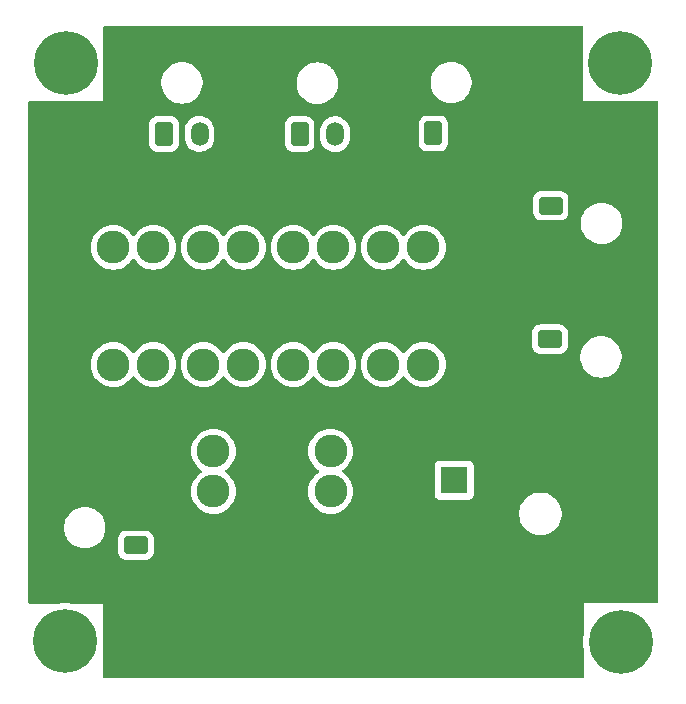
<source format=gbr>
%TF.GenerationSoftware,KiCad,Pcbnew,7.0.8*%
%TF.CreationDate,2024-01-15T21:24:21-08:00*%
%TF.ProjectId,Power Distribution 2023-2024,506f7765-7220-4446-9973-747269627574,rev?*%
%TF.SameCoordinates,Original*%
%TF.FileFunction,Copper,L2,Bot*%
%TF.FilePolarity,Positive*%
%FSLAX46Y46*%
G04 Gerber Fmt 4.6, Leading zero omitted, Abs format (unit mm)*
G04 Created by KiCad (PCBNEW 7.0.8) date 2024-01-15 21:24:21*
%MOMM*%
%LPD*%
G01*
G04 APERTURE LIST*
G04 Aperture macros list*
%AMRoundRect*
0 Rectangle with rounded corners*
0 $1 Rounding radius*
0 $2 $3 $4 $5 $6 $7 $8 $9 X,Y pos of 4 corners*
0 Add a 4 corners polygon primitive as box body*
4,1,4,$2,$3,$4,$5,$6,$7,$8,$9,$2,$3,0*
0 Add four circle primitives for the rounded corners*
1,1,$1+$1,$2,$3*
1,1,$1+$1,$4,$5*
1,1,$1+$1,$6,$7*
1,1,$1+$1,$8,$9*
0 Add four rect primitives between the rounded corners*
20,1,$1+$1,$2,$3,$4,$5,0*
20,1,$1+$1,$4,$5,$6,$7,0*
20,1,$1+$1,$6,$7,$8,$9,0*
20,1,$1+$1,$8,$9,$2,$3,0*%
G04 Aperture macros list end*
%TA.AperFunction,ComponentPad*%
%ADD10C,2.780000*%
%TD*%
%TA.AperFunction,ComponentPad*%
%ADD11RoundRect,0.250001X-0.759999X0.499999X-0.759999X-0.499999X0.759999X-0.499999X0.759999X0.499999X0*%
%TD*%
%TA.AperFunction,ComponentPad*%
%ADD12O,2.020000X1.500000*%
%TD*%
%TA.AperFunction,ComponentPad*%
%ADD13RoundRect,0.250001X-0.499999X-0.759999X0.499999X-0.759999X0.499999X0.759999X-0.499999X0.759999X0*%
%TD*%
%TA.AperFunction,ComponentPad*%
%ADD14O,1.500000X2.020000*%
%TD*%
%TA.AperFunction,ComponentPad*%
%ADD15R,2.300000X2.300000*%
%TD*%
%TA.AperFunction,ComponentPad*%
%ADD16C,2.300000*%
%TD*%
%TA.AperFunction,ComponentPad*%
%ADD17C,5.400000*%
%TD*%
%TA.AperFunction,ComponentPad*%
%ADD18RoundRect,0.250001X0.759999X-0.499999X0.759999X0.499999X-0.759999X0.499999X-0.759999X-0.499999X0*%
%TD*%
G04 APERTURE END LIST*
D10*
%TO.P,F5,1*%
%TO.N,+12V*%
X228180000Y-126460000D03*
X231580000Y-126460000D03*
%TO.P,F5,2*%
%TO.N,Net-(F5-Pad2)*%
X228180000Y-116540000D03*
X231580000Y-116540000D03*
%TD*%
%TO.P,F2,1*%
%TO.N,+12V*%
X220560000Y-126460000D03*
X223960000Y-126460000D03*
%TO.P,F2,2*%
%TO.N,Net-(F2-Pad2)*%
X220560000Y-116540000D03*
X223960000Y-116540000D03*
%TD*%
D11*
%TO.P,J3,1,Pin_1*%
%TO.N,Net-(D3-K)*%
X257582214Y-113006100D03*
D12*
%TO.P,J3,2,Pin_2*%
%TO.N,GND*%
X257582214Y-116006100D03*
%TD*%
D13*
%TO.P,J7,1,Pin_1*%
%TO.N,Net-(J6-Pin_2)*%
X247666756Y-106897783D03*
D14*
%TO.P,J7,2,Pin_2*%
%TO.N,GND*%
X250666756Y-106897783D03*
%TD*%
D10*
%TO.P,F3,1*%
%TO.N,+12V*%
X235800000Y-126460000D03*
X239200000Y-126460000D03*
%TO.P,F3,2*%
%TO.N,Net-(F3-Pad2)*%
X235800000Y-116540000D03*
X239200000Y-116540000D03*
%TD*%
D15*
%TO.P,J4,1,Pin_1*%
%TO.N,+12V*%
X249414056Y-136256176D03*
D16*
%TO.P,J4,2,Pin_2*%
%TO.N,GND*%
X249414056Y-141956177D03*
%TD*%
D13*
%TO.P,J5,1,Pin_1*%
%TO.N,Net-(D5-K)*%
X224862275Y-106931171D03*
D14*
%TO.P,J5,2,Pin_2*%
%TO.N,Net-(J5-Pin_2)*%
X227862275Y-106931171D03*
%TD*%
D17*
%TO.P,He2,1*%
%TO.N,N/C*%
X216522170Y-100948890D03*
%TD*%
D13*
%TO.P,J6,1,Pin_1*%
%TO.N,Net-(J5-Pin_2)*%
X236331218Y-106957707D03*
D14*
%TO.P,J6,2,Pin_2*%
%TO.N,Net-(J6-Pin_2)*%
X239331218Y-106957707D03*
%TD*%
D10*
%TO.P,F1,1*%
%TO.N,+12V*%
X243420000Y-126460000D03*
X246820000Y-126460000D03*
%TO.P,F1,2*%
%TO.N,Net-(F1-Pad2)*%
X243420000Y-116540000D03*
X246820000Y-116540000D03*
%TD*%
%TO.P,F4,1*%
%TO.N,Net-(F4-Pad1)*%
X229040000Y-133800000D03*
X229040000Y-137200000D03*
%TO.P,F4,2*%
%TO.N,+12V*%
X238960000Y-133800000D03*
X238960000Y-137200000D03*
%TD*%
D17*
%TO.P,He3,1*%
%TO.N,N/C*%
X263495160Y-100967233D03*
%TD*%
D11*
%TO.P,J1,1,Pin_1*%
%TO.N,Net-(D1-K)*%
X257518888Y-124314569D03*
D12*
%TO.P,J1,2,Pin_2*%
%TO.N,GND*%
X257518888Y-127314569D03*
%TD*%
D17*
%TO.P,He1,1*%
%TO.N,N/C*%
X216462748Y-149860000D03*
%TD*%
%TO.P,He4,1*%
%TO.N,N/C*%
X263518251Y-149932561D03*
%TD*%
D18*
%TO.P,J2,1,Pin_1*%
%TO.N,Net-(D2-K)*%
X222462573Y-141769463D03*
D12*
%TO.P,J2,2,Pin_2*%
%TO.N,GND*%
X222462573Y-138769463D03*
%TD*%
%TA.AperFunction,Conductor*%
%TO.N,GND*%
G36*
X260293039Y-97810185D02*
G01*
X260338794Y-97862989D01*
X260350000Y-97914500D01*
X260350000Y-100361107D01*
X260348248Y-100381878D01*
X260309774Y-100608318D01*
X260309772Y-100608330D01*
X260289617Y-100967233D01*
X260309772Y-101326135D01*
X260309774Y-101326147D01*
X260348248Y-101552586D01*
X260350000Y-101573357D01*
X260350000Y-104140000D01*
X263051517Y-104140000D01*
X263072288Y-104141752D01*
X263080213Y-104143098D01*
X263136253Y-104152620D01*
X263495160Y-104172776D01*
X263854067Y-104152620D01*
X263911600Y-104142844D01*
X263918032Y-104141752D01*
X263938803Y-104140000D01*
X266575500Y-104140000D01*
X266642539Y-104159685D01*
X266688294Y-104212489D01*
X266699500Y-104264000D01*
X266699500Y-146555138D01*
X266679815Y-146622177D01*
X266627011Y-146667932D01*
X266575500Y-146679138D01*
X260381221Y-146679138D01*
X260381221Y-149278586D01*
X260379469Y-149299357D01*
X260332865Y-149573646D01*
X260332863Y-149573658D01*
X260312708Y-149932561D01*
X260332863Y-150291463D01*
X260332865Y-150291475D01*
X260379469Y-150565763D01*
X260381221Y-150586534D01*
X260381221Y-152910500D01*
X260361536Y-152977539D01*
X260308732Y-153023294D01*
X260257221Y-153034500D01*
X219791895Y-153034500D01*
X219724856Y-153014815D01*
X219679101Y-152962011D01*
X219667895Y-152910500D01*
X219667895Y-149868792D01*
X219667993Y-149865314D01*
X219668291Y-149860002D01*
X219668291Y-149859995D01*
X219667993Y-149854683D01*
X219667895Y-149851207D01*
X219667895Y-146708221D01*
X217029917Y-146708221D01*
X217009146Y-146706469D01*
X216821662Y-146674614D01*
X216821650Y-146674612D01*
X216462748Y-146654457D01*
X216103845Y-146674612D01*
X216103833Y-146674614D01*
X215916350Y-146706469D01*
X215895579Y-146708221D01*
X213484500Y-146708221D01*
X213417461Y-146688536D01*
X213371706Y-146635732D01*
X213360500Y-146584221D01*
X213360500Y-142319478D01*
X220952073Y-142319478D01*
X220962573Y-142422258D01*
X220962574Y-142422259D01*
X221017759Y-142588798D01*
X221017760Y-142588800D01*
X221109859Y-142738114D01*
X221109862Y-142738118D01*
X221233917Y-142862173D01*
X221233921Y-142862176D01*
X221383235Y-142954275D01*
X221383237Y-142954276D01*
X221383239Y-142954277D01*
X221549776Y-143009462D01*
X221652565Y-143019963D01*
X221652570Y-143019963D01*
X223272576Y-143019963D01*
X223272581Y-143019963D01*
X223375370Y-143009462D01*
X223541907Y-142954277D01*
X223691228Y-142862174D01*
X223815284Y-142738118D01*
X223907387Y-142588797D01*
X223962572Y-142422260D01*
X223973073Y-142319471D01*
X223973073Y-141219455D01*
X223962572Y-141116666D01*
X223907387Y-140950129D01*
X223834226Y-140831518D01*
X223815286Y-140800811D01*
X223815283Y-140800807D01*
X223691228Y-140676752D01*
X223691224Y-140676749D01*
X223541910Y-140584650D01*
X223541908Y-140584649D01*
X223458638Y-140557056D01*
X223375370Y-140529464D01*
X223375368Y-140529463D01*
X223272588Y-140518963D01*
X223272581Y-140518963D01*
X221652565Y-140518963D01*
X221652557Y-140518963D01*
X221549777Y-140529463D01*
X221549776Y-140529464D01*
X221383237Y-140584649D01*
X221383235Y-140584650D01*
X221233921Y-140676749D01*
X221233917Y-140676752D01*
X221109862Y-140800807D01*
X221109859Y-140800811D01*
X221017760Y-140950125D01*
X221017759Y-140950127D01*
X220962574Y-141116666D01*
X220962573Y-141116667D01*
X220952073Y-141219447D01*
X220952073Y-142319478D01*
X213360500Y-142319478D01*
X213360500Y-140400650D01*
X216392073Y-140400650D01*
X216409907Y-140518963D01*
X216431177Y-140660078D01*
X216431178Y-140660080D01*
X216431179Y-140660086D01*
X216508511Y-140910789D01*
X216622340Y-141147159D01*
X216622341Y-141147160D01*
X216622343Y-141147163D01*
X216622345Y-141147167D01*
X216671634Y-141219460D01*
X216770140Y-141363942D01*
X216948587Y-141556264D01*
X216948591Y-141556267D01*
X216948592Y-141556268D01*
X217153716Y-141719849D01*
X217380930Y-141851031D01*
X217625157Y-141946883D01*
X217880943Y-142005265D01*
X217880949Y-142005265D01*
X217880952Y-142005266D01*
X218077073Y-142019963D01*
X218077079Y-142019963D01*
X218208073Y-142019963D01*
X218404193Y-142005266D01*
X218404195Y-142005265D01*
X218404203Y-142005265D01*
X218659989Y-141946883D01*
X218904216Y-141851031D01*
X219131430Y-141719849D01*
X219336554Y-141556268D01*
X219515006Y-141363942D01*
X219662801Y-141147167D01*
X219677490Y-141116666D01*
X219757691Y-140950125D01*
X219776636Y-140910786D01*
X219853969Y-140660078D01*
X219893073Y-140400645D01*
X219893073Y-140138281D01*
X219853969Y-139878848D01*
X219776636Y-139628140D01*
X219764694Y-139603343D01*
X219662805Y-139391766D01*
X219662804Y-139391765D01*
X219662803Y-139391764D01*
X219662801Y-139391759D01*
X219560096Y-139241119D01*
X254913557Y-139241119D01*
X254953775Y-139507950D01*
X254953777Y-139507956D01*
X255033319Y-139765824D01*
X255150403Y-140008952D01*
X255150405Y-140008954D01*
X255150406Y-140008957D01*
X255302422Y-140231924D01*
X255485967Y-140429740D01*
X255485971Y-140429743D01*
X255485972Y-140429744D01*
X255696955Y-140597998D01*
X255930659Y-140732926D01*
X256181862Y-140831517D01*
X256444954Y-140891566D01*
X256473772Y-140893725D01*
X256646675Y-140906683D01*
X256646681Y-140906683D01*
X256781439Y-140906683D01*
X256932728Y-140895345D01*
X256983160Y-140891566D01*
X257246252Y-140831517D01*
X257497455Y-140732926D01*
X257731159Y-140597998D01*
X257942142Y-140429744D01*
X258125692Y-140231924D01*
X258277708Y-140008958D01*
X258394795Y-139765824D01*
X258474337Y-139507955D01*
X258514557Y-139241112D01*
X258514557Y-138971254D01*
X258514556Y-138971246D01*
X258474338Y-138704415D01*
X258474336Y-138704409D01*
X258469242Y-138687895D01*
X258394795Y-138446542D01*
X258287957Y-138224692D01*
X258277710Y-138203413D01*
X258277709Y-138203412D01*
X258277708Y-138203409D01*
X258125692Y-137980442D01*
X258115415Y-137969366D01*
X257942146Y-137782625D01*
X257881136Y-137733971D01*
X257731159Y-137614368D01*
X257497455Y-137479440D01*
X257497453Y-137479439D01*
X257246252Y-137380849D01*
X257246245Y-137380847D01*
X256983158Y-137320799D01*
X256781439Y-137305683D01*
X256781433Y-137305683D01*
X256646681Y-137305683D01*
X256646675Y-137305683D01*
X256444955Y-137320799D01*
X256181868Y-137380847D01*
X256181861Y-137380849D01*
X255930660Y-137479439D01*
X255930656Y-137479441D01*
X255696955Y-137614368D01*
X255485967Y-137782625D01*
X255302422Y-137980441D01*
X255150402Y-138203414D01*
X255150401Y-138203415D01*
X255033320Y-138446538D01*
X254953777Y-138704409D01*
X254953775Y-138704415D01*
X254913557Y-138971246D01*
X254913557Y-139241119D01*
X219560096Y-139241119D01*
X219515006Y-139174984D01*
X219505014Y-139164216D01*
X219336558Y-138982661D01*
X219263063Y-138924051D01*
X219131430Y-138819077D01*
X218904216Y-138687895D01*
X218659989Y-138592043D01*
X218659984Y-138592041D01*
X218659975Y-138592039D01*
X218442391Y-138542377D01*
X218404203Y-138533661D01*
X218404202Y-138533660D01*
X218404198Y-138533660D01*
X218404193Y-138533659D01*
X218208073Y-138518963D01*
X218208067Y-138518963D01*
X218077079Y-138518963D01*
X218077073Y-138518963D01*
X217880952Y-138533659D01*
X217880947Y-138533660D01*
X217625170Y-138592039D01*
X217625151Y-138592045D01*
X217380929Y-138687895D01*
X217153716Y-138819077D01*
X216948587Y-138982661D01*
X216770140Y-139174983D01*
X216622341Y-139391765D01*
X216622340Y-139391766D01*
X216508511Y-139628136D01*
X216431179Y-139878839D01*
X216431178Y-139878844D01*
X216431177Y-139878848D01*
X216416426Y-139976710D01*
X216392073Y-140138275D01*
X216392073Y-140400650D01*
X213360500Y-140400650D01*
X213360500Y-137200001D01*
X227144671Y-137200001D01*
X227163963Y-137469733D01*
X227163964Y-137469740D01*
X227221443Y-137733971D01*
X227315948Y-137987349D01*
X227315950Y-137987353D01*
X227445544Y-138224686D01*
X227445549Y-138224694D01*
X227607599Y-138441169D01*
X227607615Y-138441187D01*
X227798812Y-138632384D01*
X227798830Y-138632400D01*
X228015305Y-138794450D01*
X228015313Y-138794455D01*
X228252646Y-138924049D01*
X228252650Y-138924051D01*
X228252652Y-138924052D01*
X228506024Y-139018555D01*
X228506027Y-139018555D01*
X228506028Y-139018556D01*
X228594105Y-139037715D01*
X228770267Y-139076037D01*
X229020707Y-139093949D01*
X229039999Y-139095329D01*
X229040000Y-139095329D01*
X229040001Y-139095329D01*
X229058005Y-139094041D01*
X229309733Y-139076037D01*
X229573976Y-139018555D01*
X229827348Y-138924052D01*
X230064692Y-138794452D01*
X230281177Y-138632394D01*
X230472394Y-138441177D01*
X230634452Y-138224692D01*
X230764052Y-137987348D01*
X230858555Y-137733976D01*
X230916037Y-137469733D01*
X230935329Y-137200001D01*
X237064671Y-137200001D01*
X237083963Y-137469733D01*
X237083964Y-137469740D01*
X237141443Y-137733971D01*
X237235948Y-137987349D01*
X237235950Y-137987353D01*
X237365544Y-138224686D01*
X237365549Y-138224694D01*
X237527599Y-138441169D01*
X237527615Y-138441187D01*
X237718812Y-138632384D01*
X237718830Y-138632400D01*
X237935305Y-138794450D01*
X237935313Y-138794455D01*
X238172646Y-138924049D01*
X238172650Y-138924051D01*
X238172652Y-138924052D01*
X238426024Y-139018555D01*
X238426027Y-139018555D01*
X238426028Y-139018556D01*
X238514105Y-139037715D01*
X238690267Y-139076037D01*
X238940707Y-139093949D01*
X238959999Y-139095329D01*
X238960000Y-139095329D01*
X238960001Y-139095329D01*
X238978005Y-139094041D01*
X239229733Y-139076037D01*
X239493976Y-139018555D01*
X239747348Y-138924052D01*
X239984692Y-138794452D01*
X240201177Y-138632394D01*
X240392394Y-138441177D01*
X240554452Y-138224692D01*
X240684052Y-137987348D01*
X240778555Y-137733976D01*
X240836037Y-137469733D01*
X240837159Y-137454046D01*
X247763556Y-137454046D01*
X247763557Y-137454052D01*
X247769964Y-137513659D01*
X247820258Y-137648504D01*
X247820262Y-137648511D01*
X247906508Y-137763720D01*
X247906511Y-137763723D01*
X248021720Y-137849969D01*
X248021727Y-137849973D01*
X248156573Y-137900267D01*
X248156572Y-137900267D01*
X248163500Y-137901011D01*
X248216183Y-137906676D01*
X250611928Y-137906675D01*
X250671539Y-137900267D01*
X250806387Y-137849972D01*
X250921602Y-137763722D01*
X251007852Y-137648507D01*
X251058147Y-137513659D01*
X251064556Y-137454049D01*
X251064555Y-135058304D01*
X251058147Y-134998693D01*
X251007852Y-134863845D01*
X251007851Y-134863844D01*
X251007849Y-134863840D01*
X250921603Y-134748631D01*
X250921600Y-134748628D01*
X250806391Y-134662382D01*
X250806384Y-134662378D01*
X250671538Y-134612084D01*
X250671539Y-134612084D01*
X250611939Y-134605677D01*
X250611937Y-134605676D01*
X250611929Y-134605676D01*
X250611920Y-134605676D01*
X248216185Y-134605676D01*
X248216179Y-134605677D01*
X248156572Y-134612084D01*
X248021727Y-134662378D01*
X248021720Y-134662382D01*
X247906511Y-134748628D01*
X247906508Y-134748631D01*
X247820262Y-134863840D01*
X247820258Y-134863847D01*
X247769964Y-134998693D01*
X247765398Y-135041169D01*
X247763557Y-135058299D01*
X247763556Y-135058311D01*
X247763556Y-137454046D01*
X240837159Y-137454046D01*
X240855329Y-137200000D01*
X240836037Y-136930267D01*
X240778555Y-136666024D01*
X240684052Y-136412652D01*
X240554452Y-136175308D01*
X240554450Y-136175305D01*
X240392400Y-135958830D01*
X240392384Y-135958812D01*
X240201187Y-135767615D01*
X240201169Y-135767599D01*
X239984697Y-135605551D01*
X239982776Y-135604317D01*
X239982273Y-135603737D01*
X239981147Y-135602894D01*
X239981330Y-135602648D01*
X239937020Y-135551514D01*
X239927075Y-135482356D01*
X239956098Y-135418799D01*
X239982776Y-135395683D01*
X239984683Y-135394456D01*
X239984692Y-135394452D01*
X240201177Y-135232394D01*
X240392394Y-135041177D01*
X240554452Y-134824692D01*
X240684052Y-134587348D01*
X240778555Y-134333976D01*
X240836037Y-134069733D01*
X240855329Y-133800000D01*
X240836037Y-133530267D01*
X240778555Y-133266024D01*
X240684052Y-133012652D01*
X240554452Y-132775308D01*
X240554450Y-132775305D01*
X240392400Y-132558830D01*
X240392384Y-132558812D01*
X240201187Y-132367615D01*
X240201169Y-132367599D01*
X239984694Y-132205549D01*
X239984686Y-132205544D01*
X239747353Y-132075950D01*
X239747349Y-132075948D01*
X239493971Y-131981443D01*
X239229740Y-131923964D01*
X239229733Y-131923963D01*
X238960001Y-131904671D01*
X238959999Y-131904671D01*
X238690266Y-131923963D01*
X238690259Y-131923964D01*
X238426028Y-131981443D01*
X238172650Y-132075948D01*
X238172646Y-132075950D01*
X237935313Y-132205544D01*
X237935305Y-132205549D01*
X237718830Y-132367599D01*
X237718812Y-132367615D01*
X237527615Y-132558812D01*
X237527599Y-132558830D01*
X237365549Y-132775305D01*
X237365544Y-132775313D01*
X237235950Y-133012646D01*
X237235948Y-133012650D01*
X237141443Y-133266028D01*
X237083964Y-133530259D01*
X237083963Y-133530266D01*
X237064671Y-133799998D01*
X237064671Y-133800001D01*
X237083963Y-134069733D01*
X237083964Y-134069740D01*
X237141443Y-134333971D01*
X237235948Y-134587349D01*
X237235950Y-134587353D01*
X237365544Y-134824686D01*
X237365549Y-134824694D01*
X237527599Y-135041169D01*
X237527615Y-135041187D01*
X237718812Y-135232384D01*
X237718830Y-135232400D01*
X237879686Y-135352814D01*
X237935308Y-135394452D01*
X237935320Y-135394458D01*
X237937232Y-135395688D01*
X237937736Y-135396270D01*
X237938853Y-135397106D01*
X237938671Y-135397349D01*
X237982983Y-135448495D01*
X237992923Y-135517654D01*
X237963894Y-135581208D01*
X237937232Y-135604312D01*
X237935299Y-135605554D01*
X237718830Y-135767599D01*
X237718812Y-135767615D01*
X237527615Y-135958812D01*
X237527599Y-135958830D01*
X237365549Y-136175305D01*
X237365544Y-136175313D01*
X237235950Y-136412646D01*
X237235948Y-136412650D01*
X237141443Y-136666028D01*
X237083964Y-136930259D01*
X237083963Y-136930266D01*
X237064671Y-137199998D01*
X237064671Y-137200001D01*
X230935329Y-137200001D01*
X230935329Y-137200000D01*
X230916037Y-136930267D01*
X230858555Y-136666024D01*
X230764052Y-136412652D01*
X230634452Y-136175308D01*
X230634450Y-136175305D01*
X230472400Y-135958830D01*
X230472384Y-135958812D01*
X230281187Y-135767615D01*
X230281169Y-135767599D01*
X230064697Y-135605551D01*
X230062776Y-135604317D01*
X230062273Y-135603737D01*
X230061147Y-135602894D01*
X230061330Y-135602648D01*
X230017020Y-135551514D01*
X230007075Y-135482356D01*
X230036098Y-135418799D01*
X230062776Y-135395683D01*
X230064683Y-135394456D01*
X230064692Y-135394452D01*
X230281177Y-135232394D01*
X230472394Y-135041177D01*
X230634452Y-134824692D01*
X230764052Y-134587348D01*
X230858555Y-134333976D01*
X230916037Y-134069733D01*
X230935329Y-133800000D01*
X230916037Y-133530267D01*
X230858555Y-133266024D01*
X230764052Y-133012652D01*
X230634452Y-132775308D01*
X230634450Y-132775305D01*
X230472400Y-132558830D01*
X230472384Y-132558812D01*
X230281187Y-132367615D01*
X230281169Y-132367599D01*
X230064694Y-132205549D01*
X230064686Y-132205544D01*
X229827353Y-132075950D01*
X229827349Y-132075948D01*
X229573971Y-131981443D01*
X229309740Y-131923964D01*
X229309733Y-131923963D01*
X229040001Y-131904671D01*
X229039999Y-131904671D01*
X228770266Y-131923963D01*
X228770259Y-131923964D01*
X228506028Y-131981443D01*
X228252650Y-132075948D01*
X228252646Y-132075950D01*
X228015313Y-132205544D01*
X228015305Y-132205549D01*
X227798830Y-132367599D01*
X227798812Y-132367615D01*
X227607615Y-132558812D01*
X227607599Y-132558830D01*
X227445549Y-132775305D01*
X227445544Y-132775313D01*
X227315950Y-133012646D01*
X227315948Y-133012650D01*
X227221443Y-133266028D01*
X227163964Y-133530259D01*
X227163963Y-133530266D01*
X227144671Y-133799998D01*
X227144671Y-133800001D01*
X227163963Y-134069733D01*
X227163964Y-134069740D01*
X227221443Y-134333971D01*
X227315948Y-134587349D01*
X227315950Y-134587353D01*
X227445544Y-134824686D01*
X227445549Y-134824694D01*
X227607599Y-135041169D01*
X227607615Y-135041187D01*
X227798812Y-135232384D01*
X227798830Y-135232400D01*
X227959686Y-135352814D01*
X228015308Y-135394452D01*
X228015320Y-135394458D01*
X228017232Y-135395688D01*
X228017736Y-135396270D01*
X228018853Y-135397106D01*
X228018671Y-135397349D01*
X228062983Y-135448495D01*
X228072923Y-135517654D01*
X228043894Y-135581208D01*
X228017232Y-135604312D01*
X228015299Y-135605554D01*
X227798830Y-135767599D01*
X227798812Y-135767615D01*
X227607615Y-135958812D01*
X227607599Y-135958830D01*
X227445549Y-136175305D01*
X227445544Y-136175313D01*
X227315950Y-136412646D01*
X227315948Y-136412650D01*
X227221443Y-136666028D01*
X227163964Y-136930259D01*
X227163963Y-136930266D01*
X227144671Y-137199998D01*
X227144671Y-137200001D01*
X213360500Y-137200001D01*
X213360500Y-126460001D01*
X218664671Y-126460001D01*
X218683963Y-126729733D01*
X218683964Y-126729740D01*
X218741443Y-126993971D01*
X218835948Y-127247349D01*
X218835950Y-127247353D01*
X218965544Y-127484686D01*
X218965549Y-127484694D01*
X219127599Y-127701169D01*
X219127615Y-127701187D01*
X219318812Y-127892384D01*
X219318830Y-127892400D01*
X219535305Y-128054450D01*
X219535313Y-128054455D01*
X219772646Y-128184049D01*
X219772650Y-128184051D01*
X219772652Y-128184052D01*
X220026024Y-128278555D01*
X220026027Y-128278555D01*
X220026028Y-128278556D01*
X220114105Y-128297715D01*
X220290267Y-128336037D01*
X220540707Y-128353949D01*
X220559999Y-128355329D01*
X220560000Y-128355329D01*
X220560001Y-128355329D01*
X220578005Y-128354041D01*
X220829733Y-128336037D01*
X221093976Y-128278555D01*
X221347348Y-128184052D01*
X221584692Y-128054452D01*
X221801177Y-127892394D01*
X221992394Y-127701177D01*
X222154452Y-127484692D01*
X222154456Y-127484683D01*
X222155683Y-127482776D01*
X222156262Y-127482273D01*
X222157106Y-127481147D01*
X222157351Y-127481330D01*
X222208486Y-127437020D01*
X222277644Y-127427075D01*
X222341201Y-127456098D01*
X222364317Y-127482776D01*
X222365551Y-127484697D01*
X222527599Y-127701169D01*
X222527615Y-127701187D01*
X222718812Y-127892384D01*
X222718830Y-127892400D01*
X222935305Y-128054450D01*
X222935313Y-128054455D01*
X223172646Y-128184049D01*
X223172650Y-128184051D01*
X223172652Y-128184052D01*
X223426024Y-128278555D01*
X223426027Y-128278555D01*
X223426028Y-128278556D01*
X223514105Y-128297715D01*
X223690267Y-128336037D01*
X223940707Y-128353949D01*
X223959999Y-128355329D01*
X223960000Y-128355329D01*
X223960001Y-128355329D01*
X223978005Y-128354041D01*
X224229733Y-128336037D01*
X224493976Y-128278555D01*
X224747348Y-128184052D01*
X224984692Y-128054452D01*
X225201177Y-127892394D01*
X225392394Y-127701177D01*
X225554452Y-127484692D01*
X225684052Y-127247348D01*
X225778555Y-126993976D01*
X225836037Y-126729733D01*
X225855329Y-126460001D01*
X226284671Y-126460001D01*
X226303963Y-126729733D01*
X226303964Y-126729740D01*
X226361443Y-126993971D01*
X226455948Y-127247349D01*
X226455950Y-127247353D01*
X226585544Y-127484686D01*
X226585549Y-127484694D01*
X226747599Y-127701169D01*
X226747615Y-127701187D01*
X226938812Y-127892384D01*
X226938830Y-127892400D01*
X227155305Y-128054450D01*
X227155313Y-128054455D01*
X227392646Y-128184049D01*
X227392650Y-128184051D01*
X227392652Y-128184052D01*
X227646024Y-128278555D01*
X227646027Y-128278555D01*
X227646028Y-128278556D01*
X227734105Y-128297715D01*
X227910267Y-128336037D01*
X228160707Y-128353949D01*
X228179999Y-128355329D01*
X228180000Y-128355329D01*
X228180001Y-128355329D01*
X228198005Y-128354041D01*
X228449733Y-128336037D01*
X228713976Y-128278555D01*
X228967348Y-128184052D01*
X229204692Y-128054452D01*
X229421177Y-127892394D01*
X229612394Y-127701177D01*
X229774452Y-127484692D01*
X229774456Y-127484683D01*
X229775683Y-127482776D01*
X229776262Y-127482273D01*
X229777106Y-127481147D01*
X229777351Y-127481330D01*
X229828486Y-127437020D01*
X229897644Y-127427075D01*
X229961201Y-127456098D01*
X229984317Y-127482776D01*
X229985551Y-127484697D01*
X230147599Y-127701169D01*
X230147615Y-127701187D01*
X230338812Y-127892384D01*
X230338830Y-127892400D01*
X230555305Y-128054450D01*
X230555313Y-128054455D01*
X230792646Y-128184049D01*
X230792650Y-128184051D01*
X230792652Y-128184052D01*
X231046024Y-128278555D01*
X231046027Y-128278555D01*
X231046028Y-128278556D01*
X231134105Y-128297715D01*
X231310267Y-128336037D01*
X231560707Y-128353949D01*
X231579999Y-128355329D01*
X231580000Y-128355329D01*
X231580001Y-128355329D01*
X231598005Y-128354041D01*
X231849733Y-128336037D01*
X232113976Y-128278555D01*
X232367348Y-128184052D01*
X232604692Y-128054452D01*
X232821177Y-127892394D01*
X233012394Y-127701177D01*
X233174452Y-127484692D01*
X233304052Y-127247348D01*
X233398555Y-126993976D01*
X233456037Y-126729733D01*
X233475329Y-126460001D01*
X233904671Y-126460001D01*
X233923963Y-126729733D01*
X233923964Y-126729740D01*
X233981443Y-126993971D01*
X234075948Y-127247349D01*
X234075950Y-127247353D01*
X234205544Y-127484686D01*
X234205549Y-127484694D01*
X234367599Y-127701169D01*
X234367615Y-127701187D01*
X234558812Y-127892384D01*
X234558830Y-127892400D01*
X234775305Y-128054450D01*
X234775313Y-128054455D01*
X235012646Y-128184049D01*
X235012650Y-128184051D01*
X235012652Y-128184052D01*
X235266024Y-128278555D01*
X235266027Y-128278555D01*
X235266028Y-128278556D01*
X235354105Y-128297715D01*
X235530267Y-128336037D01*
X235780707Y-128353949D01*
X235799999Y-128355329D01*
X235800000Y-128355329D01*
X235800001Y-128355329D01*
X235818005Y-128354041D01*
X236069733Y-128336037D01*
X236333976Y-128278555D01*
X236587348Y-128184052D01*
X236824692Y-128054452D01*
X237041177Y-127892394D01*
X237232394Y-127701177D01*
X237394452Y-127484692D01*
X237394456Y-127484683D01*
X237395683Y-127482776D01*
X237396262Y-127482273D01*
X237397106Y-127481147D01*
X237397351Y-127481330D01*
X237448486Y-127437020D01*
X237517644Y-127427075D01*
X237581201Y-127456098D01*
X237604317Y-127482776D01*
X237605551Y-127484697D01*
X237767599Y-127701169D01*
X237767615Y-127701187D01*
X237958812Y-127892384D01*
X237958830Y-127892400D01*
X238175305Y-128054450D01*
X238175313Y-128054455D01*
X238412646Y-128184049D01*
X238412650Y-128184051D01*
X238412652Y-128184052D01*
X238666024Y-128278555D01*
X238666027Y-128278555D01*
X238666028Y-128278556D01*
X238754105Y-128297715D01*
X238930267Y-128336037D01*
X239180707Y-128353949D01*
X239199999Y-128355329D01*
X239200000Y-128355329D01*
X239200001Y-128355329D01*
X239218005Y-128354041D01*
X239469733Y-128336037D01*
X239733976Y-128278555D01*
X239987348Y-128184052D01*
X240224692Y-128054452D01*
X240441177Y-127892394D01*
X240632394Y-127701177D01*
X240794452Y-127484692D01*
X240924052Y-127247348D01*
X241018555Y-126993976D01*
X241076037Y-126729733D01*
X241095329Y-126460001D01*
X241524671Y-126460001D01*
X241543963Y-126729733D01*
X241543964Y-126729740D01*
X241601443Y-126993971D01*
X241695948Y-127247349D01*
X241695950Y-127247353D01*
X241825544Y-127484686D01*
X241825549Y-127484694D01*
X241987599Y-127701169D01*
X241987615Y-127701187D01*
X242178812Y-127892384D01*
X242178830Y-127892400D01*
X242395305Y-128054450D01*
X242395313Y-128054455D01*
X242632646Y-128184049D01*
X242632650Y-128184051D01*
X242632652Y-128184052D01*
X242886024Y-128278555D01*
X242886027Y-128278555D01*
X242886028Y-128278556D01*
X242974105Y-128297715D01*
X243150267Y-128336037D01*
X243400707Y-128353949D01*
X243419999Y-128355329D01*
X243420000Y-128355329D01*
X243420001Y-128355329D01*
X243438005Y-128354041D01*
X243689733Y-128336037D01*
X243953976Y-128278555D01*
X244207348Y-128184052D01*
X244444692Y-128054452D01*
X244661177Y-127892394D01*
X244852394Y-127701177D01*
X245014452Y-127484692D01*
X245014456Y-127484683D01*
X245015683Y-127482776D01*
X245016262Y-127482273D01*
X245017106Y-127481147D01*
X245017351Y-127481330D01*
X245068486Y-127437020D01*
X245137644Y-127427075D01*
X245201201Y-127456098D01*
X245224317Y-127482776D01*
X245225551Y-127484697D01*
X245387599Y-127701169D01*
X245387615Y-127701187D01*
X245578812Y-127892384D01*
X245578830Y-127892400D01*
X245795305Y-128054450D01*
X245795313Y-128054455D01*
X246032646Y-128184049D01*
X246032650Y-128184051D01*
X246032652Y-128184052D01*
X246286024Y-128278555D01*
X246286027Y-128278555D01*
X246286028Y-128278556D01*
X246374105Y-128297715D01*
X246550267Y-128336037D01*
X246800707Y-128353949D01*
X246819999Y-128355329D01*
X246820000Y-128355329D01*
X246820001Y-128355329D01*
X246838005Y-128354041D01*
X247089733Y-128336037D01*
X247353976Y-128278555D01*
X247607348Y-128184052D01*
X247844692Y-128054452D01*
X248061177Y-127892394D01*
X248252394Y-127701177D01*
X248414452Y-127484692D01*
X248544052Y-127247348D01*
X248638555Y-126993976D01*
X248696037Y-126729733D01*
X248715329Y-126460000D01*
X248715035Y-126455895D01*
X248697104Y-126205192D01*
X248696037Y-126190267D01*
X248642847Y-125945756D01*
X260088388Y-125945756D01*
X260108682Y-126080392D01*
X260127492Y-126205184D01*
X260127493Y-126205186D01*
X260127494Y-126205192D01*
X260204826Y-126455895D01*
X260318655Y-126692265D01*
X260318656Y-126692266D01*
X260318658Y-126692269D01*
X260318660Y-126692273D01*
X260344200Y-126729733D01*
X260466455Y-126909048D01*
X260644902Y-127101370D01*
X260644906Y-127101373D01*
X260644907Y-127101374D01*
X260850031Y-127264955D01*
X261077245Y-127396137D01*
X261321472Y-127491989D01*
X261577258Y-127550371D01*
X261577264Y-127550371D01*
X261577267Y-127550372D01*
X261773388Y-127565069D01*
X261773394Y-127565069D01*
X261904388Y-127565069D01*
X262100508Y-127550372D01*
X262100510Y-127550371D01*
X262100518Y-127550371D01*
X262356304Y-127491989D01*
X262600531Y-127396137D01*
X262827745Y-127264955D01*
X263032869Y-127101374D01*
X263211321Y-126909048D01*
X263359116Y-126692273D01*
X263472951Y-126455892D01*
X263550284Y-126205184D01*
X263589388Y-125945751D01*
X263589388Y-125683387D01*
X263550284Y-125423954D01*
X263472951Y-125173246D01*
X263402815Y-125027606D01*
X263359120Y-124936872D01*
X263359119Y-124936871D01*
X263359118Y-124936870D01*
X263359116Y-124936865D01*
X263211321Y-124720090D01*
X263201329Y-124709322D01*
X263032873Y-124527767D01*
X262993421Y-124496305D01*
X262827745Y-124364183D01*
X262600531Y-124233001D01*
X262356304Y-124137149D01*
X262356299Y-124137147D01*
X262356290Y-124137145D01*
X262138706Y-124087483D01*
X262100518Y-124078767D01*
X262100517Y-124078766D01*
X262100513Y-124078766D01*
X262100508Y-124078765D01*
X261904388Y-124064069D01*
X261904382Y-124064069D01*
X261773394Y-124064069D01*
X261773388Y-124064069D01*
X261577267Y-124078765D01*
X261577262Y-124078766D01*
X261321485Y-124137145D01*
X261321466Y-124137151D01*
X261077244Y-124233001D01*
X260850031Y-124364183D01*
X260644902Y-124527767D01*
X260466455Y-124720089D01*
X260318656Y-124936871D01*
X260318655Y-124936872D01*
X260204826Y-125173242D01*
X260127494Y-125423945D01*
X260127493Y-125423950D01*
X260127492Y-125423954D01*
X260116123Y-125499381D01*
X260088388Y-125683381D01*
X260088388Y-125945756D01*
X248642847Y-125945756D01*
X248638555Y-125926024D01*
X248544052Y-125672652D01*
X248445912Y-125492923D01*
X248414455Y-125435313D01*
X248414450Y-125435305D01*
X248252400Y-125218830D01*
X248252384Y-125218812D01*
X248061187Y-125027615D01*
X248061169Y-125027599D01*
X247844694Y-124865549D01*
X247844686Y-124865544D01*
X247842928Y-124864584D01*
X256008388Y-124864584D01*
X256018888Y-124967364D01*
X256018889Y-124967365D01*
X256074074Y-125133904D01*
X256074075Y-125133906D01*
X256166174Y-125283220D01*
X256166177Y-125283224D01*
X256290232Y-125407279D01*
X256290236Y-125407282D01*
X256439550Y-125499381D01*
X256439552Y-125499382D01*
X256439554Y-125499383D01*
X256606091Y-125554568D01*
X256708880Y-125565069D01*
X256708885Y-125565069D01*
X258328891Y-125565069D01*
X258328896Y-125565069D01*
X258431685Y-125554568D01*
X258598222Y-125499383D01*
X258747543Y-125407280D01*
X258871599Y-125283224D01*
X258963702Y-125133903D01*
X259018887Y-124967366D01*
X259029388Y-124864577D01*
X259029388Y-123764561D01*
X259018887Y-123661772D01*
X258963702Y-123495235D01*
X258871599Y-123345914D01*
X258747543Y-123221858D01*
X258747539Y-123221855D01*
X258598225Y-123129756D01*
X258598223Y-123129755D01*
X258514953Y-123102162D01*
X258431685Y-123074570D01*
X258431683Y-123074569D01*
X258328903Y-123064069D01*
X258328896Y-123064069D01*
X256708880Y-123064069D01*
X256708872Y-123064069D01*
X256606092Y-123074569D01*
X256606091Y-123074570D01*
X256439552Y-123129755D01*
X256439550Y-123129756D01*
X256290236Y-123221855D01*
X256290232Y-123221858D01*
X256166177Y-123345913D01*
X256166174Y-123345917D01*
X256074075Y-123495231D01*
X256074074Y-123495233D01*
X256018889Y-123661772D01*
X256018888Y-123661773D01*
X256008388Y-123764553D01*
X256008388Y-124864584D01*
X247842928Y-124864584D01*
X247607353Y-124735950D01*
X247607349Y-124735948D01*
X247353971Y-124641443D01*
X247089740Y-124583964D01*
X247089733Y-124583963D01*
X246820001Y-124564671D01*
X246819999Y-124564671D01*
X246550266Y-124583963D01*
X246550259Y-124583964D01*
X246286028Y-124641443D01*
X246032650Y-124735948D01*
X246032646Y-124735950D01*
X245795313Y-124865544D01*
X245795305Y-124865549D01*
X245578830Y-125027599D01*
X245578812Y-125027615D01*
X245387615Y-125218812D01*
X245387599Y-125218830D01*
X245225554Y-125435299D01*
X245224312Y-125437232D01*
X245223729Y-125437736D01*
X245222894Y-125438853D01*
X245222650Y-125438671D01*
X245171505Y-125482983D01*
X245102346Y-125492923D01*
X245038792Y-125463894D01*
X245015688Y-125437232D01*
X245014458Y-125435320D01*
X245014452Y-125435308D01*
X244900601Y-125283220D01*
X244852400Y-125218830D01*
X244852384Y-125218812D01*
X244661187Y-125027615D01*
X244661169Y-125027599D01*
X244444694Y-124865549D01*
X244444686Y-124865544D01*
X244207353Y-124735950D01*
X244207349Y-124735948D01*
X243953971Y-124641443D01*
X243689740Y-124583964D01*
X243689733Y-124583963D01*
X243420001Y-124564671D01*
X243419999Y-124564671D01*
X243150266Y-124583963D01*
X243150259Y-124583964D01*
X242886028Y-124641443D01*
X242632650Y-124735948D01*
X242632646Y-124735950D01*
X242395313Y-124865544D01*
X242395305Y-124865549D01*
X242178830Y-125027599D01*
X242178812Y-125027615D01*
X241987615Y-125218812D01*
X241987599Y-125218830D01*
X241825549Y-125435305D01*
X241825544Y-125435313D01*
X241695950Y-125672646D01*
X241695948Y-125672650D01*
X241601443Y-125926028D01*
X241543964Y-126190259D01*
X241543963Y-126190266D01*
X241524671Y-126459998D01*
X241524671Y-126460001D01*
X241095329Y-126460001D01*
X241095329Y-126460000D01*
X241095035Y-126455895D01*
X241077104Y-126205192D01*
X241076037Y-126190267D01*
X241018555Y-125926024D01*
X240924052Y-125672652D01*
X240825912Y-125492923D01*
X240794455Y-125435313D01*
X240794450Y-125435305D01*
X240632400Y-125218830D01*
X240632384Y-125218812D01*
X240441187Y-125027615D01*
X240441169Y-125027599D01*
X240224694Y-124865549D01*
X240224686Y-124865544D01*
X239987353Y-124735950D01*
X239987349Y-124735948D01*
X239733971Y-124641443D01*
X239469740Y-124583964D01*
X239469733Y-124583963D01*
X239200001Y-124564671D01*
X239199999Y-124564671D01*
X238930266Y-124583963D01*
X238930259Y-124583964D01*
X238666028Y-124641443D01*
X238412650Y-124735948D01*
X238412646Y-124735950D01*
X238175313Y-124865544D01*
X238175305Y-124865549D01*
X237958830Y-125027599D01*
X237958812Y-125027615D01*
X237767615Y-125218812D01*
X237767599Y-125218830D01*
X237605554Y-125435299D01*
X237604312Y-125437232D01*
X237603729Y-125437736D01*
X237602894Y-125438853D01*
X237602650Y-125438671D01*
X237551505Y-125482983D01*
X237482346Y-125492923D01*
X237418792Y-125463894D01*
X237395688Y-125437232D01*
X237394458Y-125435320D01*
X237394452Y-125435308D01*
X237280601Y-125283220D01*
X237232400Y-125218830D01*
X237232384Y-125218812D01*
X237041187Y-125027615D01*
X237041169Y-125027599D01*
X236824694Y-124865549D01*
X236824686Y-124865544D01*
X236587353Y-124735950D01*
X236587349Y-124735948D01*
X236333971Y-124641443D01*
X236069740Y-124583964D01*
X236069733Y-124583963D01*
X235800001Y-124564671D01*
X235799999Y-124564671D01*
X235530266Y-124583963D01*
X235530259Y-124583964D01*
X235266028Y-124641443D01*
X235012650Y-124735948D01*
X235012646Y-124735950D01*
X234775313Y-124865544D01*
X234775305Y-124865549D01*
X234558830Y-125027599D01*
X234558812Y-125027615D01*
X234367615Y-125218812D01*
X234367599Y-125218830D01*
X234205549Y-125435305D01*
X234205544Y-125435313D01*
X234075950Y-125672646D01*
X234075948Y-125672650D01*
X233981443Y-125926028D01*
X233923964Y-126190259D01*
X233923963Y-126190266D01*
X233904671Y-126459998D01*
X233904671Y-126460001D01*
X233475329Y-126460001D01*
X233475329Y-126460000D01*
X233475035Y-126455895D01*
X233457104Y-126205192D01*
X233456037Y-126190267D01*
X233398555Y-125926024D01*
X233304052Y-125672652D01*
X233205912Y-125492923D01*
X233174455Y-125435313D01*
X233174450Y-125435305D01*
X233012400Y-125218830D01*
X233012384Y-125218812D01*
X232821187Y-125027615D01*
X232821169Y-125027599D01*
X232604694Y-124865549D01*
X232604686Y-124865544D01*
X232367353Y-124735950D01*
X232367349Y-124735948D01*
X232113971Y-124641443D01*
X231849740Y-124583964D01*
X231849733Y-124583963D01*
X231580001Y-124564671D01*
X231579999Y-124564671D01*
X231310266Y-124583963D01*
X231310259Y-124583964D01*
X231046028Y-124641443D01*
X230792650Y-124735948D01*
X230792646Y-124735950D01*
X230555313Y-124865544D01*
X230555305Y-124865549D01*
X230338830Y-125027599D01*
X230338812Y-125027615D01*
X230147615Y-125218812D01*
X230147599Y-125218830D01*
X229985554Y-125435299D01*
X229984312Y-125437232D01*
X229983729Y-125437736D01*
X229982894Y-125438853D01*
X229982650Y-125438671D01*
X229931505Y-125482983D01*
X229862346Y-125492923D01*
X229798792Y-125463894D01*
X229775688Y-125437232D01*
X229774458Y-125435320D01*
X229774452Y-125435308D01*
X229660601Y-125283220D01*
X229612400Y-125218830D01*
X229612384Y-125218812D01*
X229421187Y-125027615D01*
X229421169Y-125027599D01*
X229204694Y-124865549D01*
X229204686Y-124865544D01*
X228967353Y-124735950D01*
X228967349Y-124735948D01*
X228713971Y-124641443D01*
X228449740Y-124583964D01*
X228449733Y-124583963D01*
X228180001Y-124564671D01*
X228179999Y-124564671D01*
X227910266Y-124583963D01*
X227910259Y-124583964D01*
X227646028Y-124641443D01*
X227392650Y-124735948D01*
X227392646Y-124735950D01*
X227155313Y-124865544D01*
X227155305Y-124865549D01*
X226938830Y-125027599D01*
X226938812Y-125027615D01*
X226747615Y-125218812D01*
X226747599Y-125218830D01*
X226585549Y-125435305D01*
X226585544Y-125435313D01*
X226455950Y-125672646D01*
X226455948Y-125672650D01*
X226361443Y-125926028D01*
X226303964Y-126190259D01*
X226303963Y-126190266D01*
X226284671Y-126459998D01*
X226284671Y-126460001D01*
X225855329Y-126460001D01*
X225855329Y-126460000D01*
X225855035Y-126455895D01*
X225837104Y-126205192D01*
X225836037Y-126190267D01*
X225778555Y-125926024D01*
X225684052Y-125672652D01*
X225585912Y-125492923D01*
X225554455Y-125435313D01*
X225554450Y-125435305D01*
X225392400Y-125218830D01*
X225392384Y-125218812D01*
X225201187Y-125027615D01*
X225201169Y-125027599D01*
X224984694Y-124865549D01*
X224984686Y-124865544D01*
X224747353Y-124735950D01*
X224747349Y-124735948D01*
X224493971Y-124641443D01*
X224229740Y-124583964D01*
X224229733Y-124583963D01*
X223960001Y-124564671D01*
X223959999Y-124564671D01*
X223690266Y-124583963D01*
X223690259Y-124583964D01*
X223426028Y-124641443D01*
X223172650Y-124735948D01*
X223172646Y-124735950D01*
X222935313Y-124865544D01*
X222935305Y-124865549D01*
X222718830Y-125027599D01*
X222718812Y-125027615D01*
X222527615Y-125218812D01*
X222527599Y-125218830D01*
X222365554Y-125435299D01*
X222364312Y-125437232D01*
X222363729Y-125437736D01*
X222362894Y-125438853D01*
X222362650Y-125438671D01*
X222311505Y-125482983D01*
X222242346Y-125492923D01*
X222178792Y-125463894D01*
X222155688Y-125437232D01*
X222154458Y-125435320D01*
X222154452Y-125435308D01*
X222040601Y-125283220D01*
X221992400Y-125218830D01*
X221992384Y-125218812D01*
X221801187Y-125027615D01*
X221801169Y-125027599D01*
X221584694Y-124865549D01*
X221584686Y-124865544D01*
X221347353Y-124735950D01*
X221347349Y-124735948D01*
X221093971Y-124641443D01*
X220829740Y-124583964D01*
X220829733Y-124583963D01*
X220560001Y-124564671D01*
X220559999Y-124564671D01*
X220290266Y-124583963D01*
X220290259Y-124583964D01*
X220026028Y-124641443D01*
X219772650Y-124735948D01*
X219772646Y-124735950D01*
X219535313Y-124865544D01*
X219535305Y-124865549D01*
X219318830Y-125027599D01*
X219318812Y-125027615D01*
X219127615Y-125218812D01*
X219127599Y-125218830D01*
X218965549Y-125435305D01*
X218965544Y-125435313D01*
X218835950Y-125672646D01*
X218835948Y-125672650D01*
X218741443Y-125926028D01*
X218683964Y-126190259D01*
X218683963Y-126190266D01*
X218664671Y-126459998D01*
X218664671Y-126460001D01*
X213360500Y-126460001D01*
X213360500Y-116540001D01*
X218664671Y-116540001D01*
X218683963Y-116809733D01*
X218683964Y-116809740D01*
X218741443Y-117073971D01*
X218835948Y-117327349D01*
X218835950Y-117327353D01*
X218965544Y-117564686D01*
X218965549Y-117564694D01*
X219127599Y-117781169D01*
X219127615Y-117781187D01*
X219318812Y-117972384D01*
X219318830Y-117972400D01*
X219535305Y-118134450D01*
X219535313Y-118134455D01*
X219772646Y-118264049D01*
X219772650Y-118264051D01*
X219772652Y-118264052D01*
X220026024Y-118358555D01*
X220026027Y-118358555D01*
X220026028Y-118358556D01*
X220114105Y-118377715D01*
X220290267Y-118416037D01*
X220540707Y-118433949D01*
X220559999Y-118435329D01*
X220560000Y-118435329D01*
X220560001Y-118435329D01*
X220578005Y-118434041D01*
X220829733Y-118416037D01*
X221093976Y-118358555D01*
X221347348Y-118264052D01*
X221584692Y-118134452D01*
X221801177Y-117972394D01*
X221992394Y-117781177D01*
X222154452Y-117564692D01*
X222154456Y-117564683D01*
X222155683Y-117562776D01*
X222156262Y-117562273D01*
X222157106Y-117561147D01*
X222157351Y-117561330D01*
X222208486Y-117517020D01*
X222277644Y-117507075D01*
X222341201Y-117536098D01*
X222364317Y-117562776D01*
X222365551Y-117564697D01*
X222527599Y-117781169D01*
X222527615Y-117781187D01*
X222718812Y-117972384D01*
X222718830Y-117972400D01*
X222935305Y-118134450D01*
X222935313Y-118134455D01*
X223172646Y-118264049D01*
X223172650Y-118264051D01*
X223172652Y-118264052D01*
X223426024Y-118358555D01*
X223426027Y-118358555D01*
X223426028Y-118358556D01*
X223514105Y-118377715D01*
X223690267Y-118416037D01*
X223940707Y-118433949D01*
X223959999Y-118435329D01*
X223960000Y-118435329D01*
X223960001Y-118435329D01*
X223978005Y-118434041D01*
X224229733Y-118416037D01*
X224493976Y-118358555D01*
X224747348Y-118264052D01*
X224984692Y-118134452D01*
X225201177Y-117972394D01*
X225392394Y-117781177D01*
X225554452Y-117564692D01*
X225684052Y-117327348D01*
X225778555Y-117073976D01*
X225836037Y-116809733D01*
X225855329Y-116540001D01*
X226284671Y-116540001D01*
X226303963Y-116809733D01*
X226303964Y-116809740D01*
X226361443Y-117073971D01*
X226455948Y-117327349D01*
X226455950Y-117327353D01*
X226585544Y-117564686D01*
X226585549Y-117564694D01*
X226747599Y-117781169D01*
X226747615Y-117781187D01*
X226938812Y-117972384D01*
X226938830Y-117972400D01*
X227155305Y-118134450D01*
X227155313Y-118134455D01*
X227392646Y-118264049D01*
X227392650Y-118264051D01*
X227392652Y-118264052D01*
X227646024Y-118358555D01*
X227646027Y-118358555D01*
X227646028Y-118358556D01*
X227734105Y-118377715D01*
X227910267Y-118416037D01*
X228160707Y-118433949D01*
X228179999Y-118435329D01*
X228180000Y-118435329D01*
X228180001Y-118435329D01*
X228198005Y-118434041D01*
X228449733Y-118416037D01*
X228713976Y-118358555D01*
X228967348Y-118264052D01*
X229204692Y-118134452D01*
X229421177Y-117972394D01*
X229612394Y-117781177D01*
X229774452Y-117564692D01*
X229774456Y-117564683D01*
X229775683Y-117562776D01*
X229776262Y-117562273D01*
X229777106Y-117561147D01*
X229777351Y-117561330D01*
X229828486Y-117517020D01*
X229897644Y-117507075D01*
X229961201Y-117536098D01*
X229984317Y-117562776D01*
X229985551Y-117564697D01*
X230147599Y-117781169D01*
X230147615Y-117781187D01*
X230338812Y-117972384D01*
X230338830Y-117972400D01*
X230555305Y-118134450D01*
X230555313Y-118134455D01*
X230792646Y-118264049D01*
X230792650Y-118264051D01*
X230792652Y-118264052D01*
X231046024Y-118358555D01*
X231046027Y-118358555D01*
X231046028Y-118358556D01*
X231134105Y-118377715D01*
X231310267Y-118416037D01*
X231560707Y-118433949D01*
X231579999Y-118435329D01*
X231580000Y-118435329D01*
X231580001Y-118435329D01*
X231598005Y-118434041D01*
X231849733Y-118416037D01*
X232113976Y-118358555D01*
X232367348Y-118264052D01*
X232604692Y-118134452D01*
X232821177Y-117972394D01*
X233012394Y-117781177D01*
X233174452Y-117564692D01*
X233304052Y-117327348D01*
X233398555Y-117073976D01*
X233456037Y-116809733D01*
X233475329Y-116540001D01*
X233904671Y-116540001D01*
X233923963Y-116809733D01*
X233923964Y-116809740D01*
X233981443Y-117073971D01*
X234075948Y-117327349D01*
X234075950Y-117327353D01*
X234205544Y-117564686D01*
X234205549Y-117564694D01*
X234367599Y-117781169D01*
X234367615Y-117781187D01*
X234558812Y-117972384D01*
X234558830Y-117972400D01*
X234775305Y-118134450D01*
X234775313Y-118134455D01*
X235012646Y-118264049D01*
X235012650Y-118264051D01*
X235012652Y-118264052D01*
X235266024Y-118358555D01*
X235266027Y-118358555D01*
X235266028Y-118358556D01*
X235354105Y-118377715D01*
X235530267Y-118416037D01*
X235780707Y-118433949D01*
X235799999Y-118435329D01*
X235800000Y-118435329D01*
X235800001Y-118435329D01*
X235818005Y-118434041D01*
X236069733Y-118416037D01*
X236333976Y-118358555D01*
X236587348Y-118264052D01*
X236824692Y-118134452D01*
X237041177Y-117972394D01*
X237232394Y-117781177D01*
X237394452Y-117564692D01*
X237394456Y-117564683D01*
X237395683Y-117562776D01*
X237396262Y-117562273D01*
X237397106Y-117561147D01*
X237397351Y-117561330D01*
X237448486Y-117517020D01*
X237517644Y-117507075D01*
X237581201Y-117536098D01*
X237604317Y-117562776D01*
X237605551Y-117564697D01*
X237767599Y-117781169D01*
X237767615Y-117781187D01*
X237958812Y-117972384D01*
X237958830Y-117972400D01*
X238175305Y-118134450D01*
X238175313Y-118134455D01*
X238412646Y-118264049D01*
X238412650Y-118264051D01*
X238412652Y-118264052D01*
X238666024Y-118358555D01*
X238666027Y-118358555D01*
X238666028Y-118358556D01*
X238754105Y-118377715D01*
X238930267Y-118416037D01*
X239180707Y-118433949D01*
X239199999Y-118435329D01*
X239200000Y-118435329D01*
X239200001Y-118435329D01*
X239218005Y-118434041D01*
X239469733Y-118416037D01*
X239733976Y-118358555D01*
X239987348Y-118264052D01*
X240224692Y-118134452D01*
X240441177Y-117972394D01*
X240632394Y-117781177D01*
X240794452Y-117564692D01*
X240924052Y-117327348D01*
X241018555Y-117073976D01*
X241076037Y-116809733D01*
X241095329Y-116540001D01*
X241524671Y-116540001D01*
X241543963Y-116809733D01*
X241543964Y-116809740D01*
X241601443Y-117073971D01*
X241695948Y-117327349D01*
X241695950Y-117327353D01*
X241825544Y-117564686D01*
X241825549Y-117564694D01*
X241987599Y-117781169D01*
X241987615Y-117781187D01*
X242178812Y-117972384D01*
X242178830Y-117972400D01*
X242395305Y-118134450D01*
X242395313Y-118134455D01*
X242632646Y-118264049D01*
X242632650Y-118264051D01*
X242632652Y-118264052D01*
X242886024Y-118358555D01*
X242886027Y-118358555D01*
X242886028Y-118358556D01*
X242974105Y-118377715D01*
X243150267Y-118416037D01*
X243400707Y-118433949D01*
X243419999Y-118435329D01*
X243420000Y-118435329D01*
X243420001Y-118435329D01*
X243438005Y-118434041D01*
X243689733Y-118416037D01*
X243953976Y-118358555D01*
X244207348Y-118264052D01*
X244444692Y-118134452D01*
X244661177Y-117972394D01*
X244852394Y-117781177D01*
X245014452Y-117564692D01*
X245014456Y-117564683D01*
X245015683Y-117562776D01*
X245016262Y-117562273D01*
X245017106Y-117561147D01*
X245017351Y-117561330D01*
X245068486Y-117517020D01*
X245137644Y-117507075D01*
X245201201Y-117536098D01*
X245224317Y-117562776D01*
X245225551Y-117564697D01*
X245387599Y-117781169D01*
X245387615Y-117781187D01*
X245578812Y-117972384D01*
X245578830Y-117972400D01*
X245795305Y-118134450D01*
X245795313Y-118134455D01*
X246032646Y-118264049D01*
X246032650Y-118264051D01*
X246032652Y-118264052D01*
X246286024Y-118358555D01*
X246286027Y-118358555D01*
X246286028Y-118358556D01*
X246374105Y-118377715D01*
X246550267Y-118416037D01*
X246800707Y-118433949D01*
X246819999Y-118435329D01*
X246820000Y-118435329D01*
X246820001Y-118435329D01*
X246838005Y-118434041D01*
X247089733Y-118416037D01*
X247353976Y-118358555D01*
X247607348Y-118264052D01*
X247844692Y-118134452D01*
X248061177Y-117972394D01*
X248252394Y-117781177D01*
X248414452Y-117564692D01*
X248544052Y-117327348D01*
X248638555Y-117073976D01*
X248696037Y-116809733D01*
X248715329Y-116540000D01*
X248696037Y-116270267D01*
X248638555Y-116006024D01*
X248544052Y-115752652D01*
X248445912Y-115572923D01*
X248414455Y-115515313D01*
X248414450Y-115515305D01*
X248252400Y-115298830D01*
X248252384Y-115298812D01*
X248061187Y-115107615D01*
X248061169Y-115107599D01*
X247844694Y-114945549D01*
X247844686Y-114945544D01*
X247607353Y-114815950D01*
X247607349Y-114815948D01*
X247353971Y-114721443D01*
X247089740Y-114663964D01*
X247089733Y-114663963D01*
X246820001Y-114644671D01*
X246819999Y-114644671D01*
X246550266Y-114663963D01*
X246550259Y-114663964D01*
X246286028Y-114721443D01*
X246032650Y-114815948D01*
X246032646Y-114815950D01*
X245795313Y-114945544D01*
X245795305Y-114945549D01*
X245578830Y-115107599D01*
X245578812Y-115107615D01*
X245387615Y-115298812D01*
X245387599Y-115298830D01*
X245225554Y-115515299D01*
X245224312Y-115517232D01*
X245223729Y-115517736D01*
X245222894Y-115518853D01*
X245222650Y-115518671D01*
X245171505Y-115562983D01*
X245102346Y-115572923D01*
X245038792Y-115543894D01*
X245015688Y-115517232D01*
X245014458Y-115515320D01*
X245014452Y-115515308D01*
X244916010Y-115383804D01*
X244852400Y-115298830D01*
X244852384Y-115298812D01*
X244661187Y-115107615D01*
X244661169Y-115107599D01*
X244444694Y-114945549D01*
X244444686Y-114945544D01*
X244207353Y-114815950D01*
X244207349Y-114815948D01*
X243953971Y-114721443D01*
X243689740Y-114663964D01*
X243689733Y-114663963D01*
X243420001Y-114644671D01*
X243419999Y-114644671D01*
X243150266Y-114663963D01*
X243150259Y-114663964D01*
X242886028Y-114721443D01*
X242632650Y-114815948D01*
X242632646Y-114815950D01*
X242395313Y-114945544D01*
X242395305Y-114945549D01*
X242178830Y-115107599D01*
X242178812Y-115107615D01*
X241987615Y-115298812D01*
X241987599Y-115298830D01*
X241825549Y-115515305D01*
X241825544Y-115515313D01*
X241695950Y-115752646D01*
X241695948Y-115752650D01*
X241601443Y-116006028D01*
X241543964Y-116270259D01*
X241543963Y-116270266D01*
X241524671Y-116539998D01*
X241524671Y-116540001D01*
X241095329Y-116540001D01*
X241095329Y-116540000D01*
X241076037Y-116270267D01*
X241018555Y-116006024D01*
X240924052Y-115752652D01*
X240825912Y-115572923D01*
X240794455Y-115515313D01*
X240794450Y-115515305D01*
X240632400Y-115298830D01*
X240632384Y-115298812D01*
X240441187Y-115107615D01*
X240441169Y-115107599D01*
X240224694Y-114945549D01*
X240224686Y-114945544D01*
X239987353Y-114815950D01*
X239987349Y-114815948D01*
X239733971Y-114721443D01*
X239469740Y-114663964D01*
X239469733Y-114663963D01*
X239200001Y-114644671D01*
X239199999Y-114644671D01*
X238930266Y-114663963D01*
X238930259Y-114663964D01*
X238666028Y-114721443D01*
X238412650Y-114815948D01*
X238412646Y-114815950D01*
X238175313Y-114945544D01*
X238175305Y-114945549D01*
X237958830Y-115107599D01*
X237958812Y-115107615D01*
X237767615Y-115298812D01*
X237767599Y-115298830D01*
X237605554Y-115515299D01*
X237604312Y-115517232D01*
X237603729Y-115517736D01*
X237602894Y-115518853D01*
X237602650Y-115518671D01*
X237551505Y-115562983D01*
X237482346Y-115572923D01*
X237418792Y-115543894D01*
X237395688Y-115517232D01*
X237394458Y-115515320D01*
X237394452Y-115515308D01*
X237296010Y-115383804D01*
X237232400Y-115298830D01*
X237232384Y-115298812D01*
X237041187Y-115107615D01*
X237041169Y-115107599D01*
X236824694Y-114945549D01*
X236824686Y-114945544D01*
X236587353Y-114815950D01*
X236587349Y-114815948D01*
X236333971Y-114721443D01*
X236069740Y-114663964D01*
X236069733Y-114663963D01*
X235800001Y-114644671D01*
X235799999Y-114644671D01*
X235530266Y-114663963D01*
X235530259Y-114663964D01*
X235266028Y-114721443D01*
X235012650Y-114815948D01*
X235012646Y-114815950D01*
X234775313Y-114945544D01*
X234775305Y-114945549D01*
X234558830Y-115107599D01*
X234558812Y-115107615D01*
X234367615Y-115298812D01*
X234367599Y-115298830D01*
X234205549Y-115515305D01*
X234205544Y-115515313D01*
X234075950Y-115752646D01*
X234075948Y-115752650D01*
X233981443Y-116006028D01*
X233923964Y-116270259D01*
X233923963Y-116270266D01*
X233904671Y-116539998D01*
X233904671Y-116540001D01*
X233475329Y-116540001D01*
X233475329Y-116540000D01*
X233456037Y-116270267D01*
X233398555Y-116006024D01*
X233304052Y-115752652D01*
X233205912Y-115572923D01*
X233174455Y-115515313D01*
X233174450Y-115515305D01*
X233012400Y-115298830D01*
X233012384Y-115298812D01*
X232821187Y-115107615D01*
X232821169Y-115107599D01*
X232604694Y-114945549D01*
X232604686Y-114945544D01*
X232367353Y-114815950D01*
X232367349Y-114815948D01*
X232113971Y-114721443D01*
X231849740Y-114663964D01*
X231849733Y-114663963D01*
X231580001Y-114644671D01*
X231579999Y-114644671D01*
X231310266Y-114663963D01*
X231310259Y-114663964D01*
X231046028Y-114721443D01*
X230792650Y-114815948D01*
X230792646Y-114815950D01*
X230555313Y-114945544D01*
X230555305Y-114945549D01*
X230338830Y-115107599D01*
X230338812Y-115107615D01*
X230147615Y-115298812D01*
X230147599Y-115298830D01*
X229985554Y-115515299D01*
X229984312Y-115517232D01*
X229983729Y-115517736D01*
X229982894Y-115518853D01*
X229982650Y-115518671D01*
X229931505Y-115562983D01*
X229862346Y-115572923D01*
X229798792Y-115543894D01*
X229775688Y-115517232D01*
X229774458Y-115515320D01*
X229774452Y-115515308D01*
X229676010Y-115383804D01*
X229612400Y-115298830D01*
X229612384Y-115298812D01*
X229421187Y-115107615D01*
X229421169Y-115107599D01*
X229204694Y-114945549D01*
X229204686Y-114945544D01*
X228967353Y-114815950D01*
X228967349Y-114815948D01*
X228713971Y-114721443D01*
X228449740Y-114663964D01*
X228449733Y-114663963D01*
X228180001Y-114644671D01*
X228179999Y-114644671D01*
X227910266Y-114663963D01*
X227910259Y-114663964D01*
X227646028Y-114721443D01*
X227392650Y-114815948D01*
X227392646Y-114815950D01*
X227155313Y-114945544D01*
X227155305Y-114945549D01*
X226938830Y-115107599D01*
X226938812Y-115107615D01*
X226747615Y-115298812D01*
X226747599Y-115298830D01*
X226585549Y-115515305D01*
X226585544Y-115515313D01*
X226455950Y-115752646D01*
X226455948Y-115752650D01*
X226361443Y-116006028D01*
X226303964Y-116270259D01*
X226303963Y-116270266D01*
X226284671Y-116539998D01*
X226284671Y-116540001D01*
X225855329Y-116540001D01*
X225855329Y-116540000D01*
X225836037Y-116270267D01*
X225778555Y-116006024D01*
X225684052Y-115752652D01*
X225585912Y-115572923D01*
X225554455Y-115515313D01*
X225554450Y-115515305D01*
X225392400Y-115298830D01*
X225392384Y-115298812D01*
X225201187Y-115107615D01*
X225201169Y-115107599D01*
X224984694Y-114945549D01*
X224984686Y-114945544D01*
X224747353Y-114815950D01*
X224747349Y-114815948D01*
X224493971Y-114721443D01*
X224229740Y-114663964D01*
X224229733Y-114663963D01*
X223960001Y-114644671D01*
X223959999Y-114644671D01*
X223690266Y-114663963D01*
X223690259Y-114663964D01*
X223426028Y-114721443D01*
X223172650Y-114815948D01*
X223172646Y-114815950D01*
X222935313Y-114945544D01*
X222935305Y-114945549D01*
X222718830Y-115107599D01*
X222718812Y-115107615D01*
X222527615Y-115298812D01*
X222527599Y-115298830D01*
X222365554Y-115515299D01*
X222364312Y-115517232D01*
X222363729Y-115517736D01*
X222362894Y-115518853D01*
X222362650Y-115518671D01*
X222311505Y-115562983D01*
X222242346Y-115572923D01*
X222178792Y-115543894D01*
X222155688Y-115517232D01*
X222154458Y-115515320D01*
X222154452Y-115515308D01*
X222056010Y-115383804D01*
X221992400Y-115298830D01*
X221992384Y-115298812D01*
X221801187Y-115107615D01*
X221801169Y-115107599D01*
X221584694Y-114945549D01*
X221584686Y-114945544D01*
X221347353Y-114815950D01*
X221347349Y-114815948D01*
X221093971Y-114721443D01*
X220829740Y-114663964D01*
X220829733Y-114663963D01*
X220560001Y-114644671D01*
X220559999Y-114644671D01*
X220290266Y-114663963D01*
X220290259Y-114663964D01*
X220026028Y-114721443D01*
X219772650Y-114815948D01*
X219772646Y-114815950D01*
X219535313Y-114945544D01*
X219535305Y-114945549D01*
X219318830Y-115107599D01*
X219318812Y-115107615D01*
X219127615Y-115298812D01*
X219127599Y-115298830D01*
X218965549Y-115515305D01*
X218965544Y-115515313D01*
X218835950Y-115752646D01*
X218835948Y-115752650D01*
X218741443Y-116006028D01*
X218683964Y-116270259D01*
X218683963Y-116270266D01*
X218664671Y-116539998D01*
X218664671Y-116540001D01*
X213360500Y-116540001D01*
X213360500Y-114637287D01*
X260151714Y-114637287D01*
X260172008Y-114771923D01*
X260190818Y-114896715D01*
X260190819Y-114896717D01*
X260190820Y-114896723D01*
X260268152Y-115147426D01*
X260381981Y-115383796D01*
X260381982Y-115383797D01*
X260381984Y-115383800D01*
X260381986Y-115383804D01*
X260529781Y-115600579D01*
X260708228Y-115792901D01*
X260708232Y-115792904D01*
X260708233Y-115792905D01*
X260913357Y-115956486D01*
X261140571Y-116087668D01*
X261384798Y-116183520D01*
X261640584Y-116241902D01*
X261640590Y-116241902D01*
X261640593Y-116241903D01*
X261836714Y-116256600D01*
X261836720Y-116256600D01*
X261967714Y-116256600D01*
X262163834Y-116241903D01*
X262163836Y-116241902D01*
X262163844Y-116241902D01*
X262419630Y-116183520D01*
X262663857Y-116087668D01*
X262891071Y-115956486D01*
X263096195Y-115792905D01*
X263274647Y-115600579D01*
X263422442Y-115383804D01*
X263536277Y-115147423D01*
X263613610Y-114896715D01*
X263652714Y-114637282D01*
X263652714Y-114374918D01*
X263613610Y-114115485D01*
X263536277Y-113864777D01*
X263517330Y-113825434D01*
X263422446Y-113628403D01*
X263422445Y-113628402D01*
X263422444Y-113628401D01*
X263422442Y-113628396D01*
X263274647Y-113411621D01*
X263264655Y-113400853D01*
X263096199Y-113219298D01*
X263056747Y-113187836D01*
X262891071Y-113055714D01*
X262663857Y-112924532D01*
X262419630Y-112828680D01*
X262419625Y-112828678D01*
X262419616Y-112828676D01*
X262202032Y-112779014D01*
X262163844Y-112770298D01*
X262163843Y-112770297D01*
X262163839Y-112770297D01*
X262163834Y-112770296D01*
X261967714Y-112755600D01*
X261967708Y-112755600D01*
X261836720Y-112755600D01*
X261836714Y-112755600D01*
X261640593Y-112770296D01*
X261640588Y-112770297D01*
X261384811Y-112828676D01*
X261384792Y-112828682D01*
X261140570Y-112924532D01*
X260913357Y-113055714D01*
X260708228Y-113219298D01*
X260529781Y-113411620D01*
X260381982Y-113628402D01*
X260381981Y-113628403D01*
X260268152Y-113864773D01*
X260190820Y-114115476D01*
X260190819Y-114115481D01*
X260190818Y-114115485D01*
X260179449Y-114190912D01*
X260151714Y-114374912D01*
X260151714Y-114637287D01*
X213360500Y-114637287D01*
X213360500Y-113556115D01*
X256071714Y-113556115D01*
X256082214Y-113658895D01*
X256082215Y-113658896D01*
X256137400Y-113825435D01*
X256137401Y-113825437D01*
X256229500Y-113974751D01*
X256229503Y-113974755D01*
X256353558Y-114098810D01*
X256353562Y-114098813D01*
X256502876Y-114190912D01*
X256502878Y-114190913D01*
X256502880Y-114190914D01*
X256669417Y-114246099D01*
X256772206Y-114256600D01*
X256772211Y-114256600D01*
X258392217Y-114256600D01*
X258392222Y-114256600D01*
X258495011Y-114246099D01*
X258661548Y-114190914D01*
X258810869Y-114098811D01*
X258934925Y-113974755D01*
X259027028Y-113825434D01*
X259082213Y-113658897D01*
X259092714Y-113556108D01*
X259092714Y-112456092D01*
X259082213Y-112353303D01*
X259027028Y-112186766D01*
X258934925Y-112037445D01*
X258810869Y-111913389D01*
X258810865Y-111913386D01*
X258661551Y-111821287D01*
X258661549Y-111821286D01*
X258578279Y-111793693D01*
X258495011Y-111766101D01*
X258495009Y-111766100D01*
X258392229Y-111755600D01*
X258392222Y-111755600D01*
X256772206Y-111755600D01*
X256772198Y-111755600D01*
X256669418Y-111766100D01*
X256669417Y-111766101D01*
X256502878Y-111821286D01*
X256502876Y-111821287D01*
X256353562Y-111913386D01*
X256353558Y-111913389D01*
X256229503Y-112037444D01*
X256229500Y-112037448D01*
X256137401Y-112186762D01*
X256137400Y-112186764D01*
X256082215Y-112353303D01*
X256082214Y-112353304D01*
X256071714Y-112456084D01*
X256071714Y-113556115D01*
X213360500Y-113556115D01*
X213360500Y-107741186D01*
X223611775Y-107741186D01*
X223622275Y-107843966D01*
X223622276Y-107843967D01*
X223677461Y-108010506D01*
X223677462Y-108010508D01*
X223769561Y-108159822D01*
X223769564Y-108159826D01*
X223893619Y-108283881D01*
X223893623Y-108283884D01*
X224042937Y-108375983D01*
X224042939Y-108375984D01*
X224042941Y-108375985D01*
X224209478Y-108431170D01*
X224312267Y-108441671D01*
X224312272Y-108441671D01*
X225412278Y-108441671D01*
X225412283Y-108441671D01*
X225515072Y-108431170D01*
X225681609Y-108375985D01*
X225830930Y-108283882D01*
X225954986Y-108159826D01*
X226047089Y-108010505D01*
X226102274Y-107843968D01*
X226112775Y-107741179D01*
X226112775Y-107247322D01*
X226611775Y-107247322D01*
X226626897Y-107415357D01*
X226626898Y-107415363D01*
X226686778Y-107632331D01*
X226686783Y-107632344D01*
X226784442Y-107835137D01*
X226784446Y-107835145D01*
X226916748Y-108017243D01*
X226916749Y-108017245D01*
X227079451Y-108172804D01*
X227267308Y-108296807D01*
X227474279Y-108385271D01*
X227474282Y-108385272D01*
X227474287Y-108385274D01*
X227693738Y-108435362D01*
X227918605Y-108445461D01*
X228141662Y-108415246D01*
X228355739Y-108345688D01*
X228553956Y-108239023D01*
X228729941Y-108098679D01*
X228878040Y-107929167D01*
X228974498Y-107767722D01*
X235080718Y-107767722D01*
X235091218Y-107870502D01*
X235091219Y-107870503D01*
X235146404Y-108037042D01*
X235146405Y-108037044D01*
X235238504Y-108186358D01*
X235238507Y-108186362D01*
X235362562Y-108310417D01*
X235362566Y-108310420D01*
X235511880Y-108402519D01*
X235511882Y-108402520D01*
X235511884Y-108402521D01*
X235678421Y-108457706D01*
X235781210Y-108468207D01*
X235781215Y-108468207D01*
X236881221Y-108468207D01*
X236881226Y-108468207D01*
X236984015Y-108457706D01*
X237150552Y-108402521D01*
X237299873Y-108310418D01*
X237423929Y-108186362D01*
X237516032Y-108037041D01*
X237571217Y-107870504D01*
X237581718Y-107767715D01*
X237581718Y-107273858D01*
X238080718Y-107273858D01*
X238095840Y-107441893D01*
X238095841Y-107441899D01*
X238155721Y-107658867D01*
X238155726Y-107658880D01*
X238253385Y-107861673D01*
X238253389Y-107861681D01*
X238385691Y-108043779D01*
X238385692Y-108043781D01*
X238548394Y-108199340D01*
X238736251Y-108323343D01*
X238943222Y-108411807D01*
X238943225Y-108411808D01*
X238943230Y-108411810D01*
X239162681Y-108461898D01*
X239387548Y-108471997D01*
X239610605Y-108441782D01*
X239824682Y-108372224D01*
X240022899Y-108265559D01*
X240198884Y-108125215D01*
X240346983Y-107955703D01*
X240462433Y-107762471D01*
X240482952Y-107707798D01*
X246416256Y-107707798D01*
X246426756Y-107810578D01*
X246426757Y-107810580D01*
X246437821Y-107843968D01*
X246481942Y-107977118D01*
X246481943Y-107977120D01*
X246574042Y-108126434D01*
X246574045Y-108126438D01*
X246698100Y-108250493D01*
X246698104Y-108250496D01*
X246847418Y-108342595D01*
X246847420Y-108342596D01*
X246847422Y-108342597D01*
X247013959Y-108397782D01*
X247116748Y-108408283D01*
X247116753Y-108408283D01*
X248216759Y-108408283D01*
X248216764Y-108408283D01*
X248319553Y-108397782D01*
X248486090Y-108342597D01*
X248635411Y-108250494D01*
X248759467Y-108126438D01*
X248851570Y-107977117D01*
X248906755Y-107810580D01*
X248917256Y-107707791D01*
X248917256Y-106087775D01*
X248906755Y-105984986D01*
X248851570Y-105818449D01*
X248834143Y-105790196D01*
X248759469Y-105669131D01*
X248759466Y-105669127D01*
X248635411Y-105545072D01*
X248635407Y-105545069D01*
X248486093Y-105452970D01*
X248486091Y-105452969D01*
X248377184Y-105416881D01*
X248319553Y-105397784D01*
X248319551Y-105397783D01*
X248216771Y-105387283D01*
X248216764Y-105387283D01*
X247116748Y-105387283D01*
X247116740Y-105387283D01*
X247013960Y-105397783D01*
X247013959Y-105397784D01*
X246847420Y-105452969D01*
X246847418Y-105452970D01*
X246698104Y-105545069D01*
X246698100Y-105545072D01*
X246574045Y-105669127D01*
X246574042Y-105669131D01*
X246481943Y-105818445D01*
X246481942Y-105818447D01*
X246426757Y-105984986D01*
X246426756Y-105984987D01*
X246416256Y-106087767D01*
X246416256Y-107707798D01*
X240482952Y-107707798D01*
X240541525Y-107551731D01*
X240566273Y-107415363D01*
X240581718Y-107330256D01*
X240581718Y-106641559D01*
X240581718Y-106641552D01*
X240566595Y-106473519D01*
X240559272Y-106446984D01*
X240506714Y-106256546D01*
X240506709Y-106256533D01*
X240409050Y-106053740D01*
X240409046Y-106053732D01*
X240276744Y-105871634D01*
X240276743Y-105871632D01*
X240114041Y-105716073D01*
X239926184Y-105592070D01*
X239719213Y-105503606D01*
X239719200Y-105503602D01*
X239499760Y-105453517D01*
X239499756Y-105453516D01*
X239499755Y-105453516D01*
X239499754Y-105453515D01*
X239499749Y-105453515D01*
X239274892Y-105443417D01*
X239274891Y-105443417D01*
X239274888Y-105443417D01*
X239051831Y-105473632D01*
X239051828Y-105473632D01*
X239051827Y-105473633D01*
X238837752Y-105543190D01*
X238639539Y-105649853D01*
X238639536Y-105649855D01*
X238463554Y-105790196D01*
X238392404Y-105871634D01*
X238315453Y-105959711D01*
X238280404Y-106018374D01*
X238200005Y-106152939D01*
X238200004Y-106152941D01*
X238120910Y-106363683D01*
X238080718Y-106585157D01*
X238080718Y-107273858D01*
X237581718Y-107273858D01*
X237581718Y-106147699D01*
X237571217Y-106044910D01*
X237516032Y-105878373D01*
X237511875Y-105871634D01*
X237423931Y-105729055D01*
X237423928Y-105729051D01*
X237299873Y-105604996D01*
X237299869Y-105604993D01*
X237150555Y-105512894D01*
X237150553Y-105512893D01*
X237067283Y-105485300D01*
X236984015Y-105457708D01*
X236984013Y-105457707D01*
X236881233Y-105447207D01*
X236881226Y-105447207D01*
X235781210Y-105447207D01*
X235781202Y-105447207D01*
X235678422Y-105457707D01*
X235678421Y-105457708D01*
X235511882Y-105512893D01*
X235511880Y-105512894D01*
X235362566Y-105604993D01*
X235362562Y-105604996D01*
X235238507Y-105729051D01*
X235238504Y-105729055D01*
X235146405Y-105878369D01*
X235146404Y-105878371D01*
X235091219Y-106044910D01*
X235091218Y-106044911D01*
X235080718Y-106147691D01*
X235080718Y-107767722D01*
X228974498Y-107767722D01*
X228993490Y-107735935D01*
X229072582Y-107525195D01*
X229107959Y-107330256D01*
X229112775Y-107303720D01*
X229112775Y-106615023D01*
X229112775Y-106615016D01*
X229097652Y-106446983D01*
X229097651Y-106446978D01*
X229037771Y-106230010D01*
X229037766Y-106229997D01*
X228940107Y-106027204D01*
X228940103Y-106027196D01*
X228807801Y-105845098D01*
X228807800Y-105845096D01*
X228779929Y-105818449D01*
X228645100Y-105689539D01*
X228645098Y-105689537D01*
X228457241Y-105565534D01*
X228250270Y-105477070D01*
X228250257Y-105477066D01*
X228030817Y-105426981D01*
X228030813Y-105426980D01*
X228030812Y-105426980D01*
X228030811Y-105426979D01*
X228030806Y-105426979D01*
X227805949Y-105416881D01*
X227805948Y-105416881D01*
X227805945Y-105416881D01*
X227582888Y-105447096D01*
X227582885Y-105447096D01*
X227582884Y-105447097D01*
X227368809Y-105516654D01*
X227170596Y-105623317D01*
X227170593Y-105623319D01*
X226994611Y-105763660D01*
X226846511Y-105933174D01*
X226731062Y-106126403D01*
X226731061Y-106126405D01*
X226651967Y-106337147D01*
X226611775Y-106558621D01*
X226611775Y-107247322D01*
X226112775Y-107247322D01*
X226112775Y-106121163D01*
X226102274Y-106018374D01*
X226047089Y-105851837D01*
X226042932Y-105845098D01*
X225954988Y-105702519D01*
X225954985Y-105702515D01*
X225830930Y-105578460D01*
X225830926Y-105578457D01*
X225681612Y-105486358D01*
X225681610Y-105486357D01*
X225595149Y-105457707D01*
X225515072Y-105431172D01*
X225515070Y-105431171D01*
X225412290Y-105420671D01*
X225412283Y-105420671D01*
X224312267Y-105420671D01*
X224312259Y-105420671D01*
X224209479Y-105431171D01*
X224209478Y-105431172D01*
X224042939Y-105486357D01*
X224042937Y-105486358D01*
X223893623Y-105578457D01*
X223893619Y-105578460D01*
X223769564Y-105702515D01*
X223769561Y-105702519D01*
X223677462Y-105851833D01*
X223677461Y-105851835D01*
X223622276Y-106018374D01*
X223622275Y-106018375D01*
X223611775Y-106121155D01*
X223611775Y-107741186D01*
X213360500Y-107741186D01*
X213360500Y-104264000D01*
X213380185Y-104196961D01*
X213432989Y-104151206D01*
X213484500Y-104140000D01*
X216263427Y-104140000D01*
X216266904Y-104140098D01*
X216358913Y-104145264D01*
X216522170Y-104154433D01*
X216685426Y-104145264D01*
X216777436Y-104140098D01*
X216780913Y-104140000D01*
X219710000Y-104140000D01*
X219710000Y-102742358D01*
X224611775Y-102742358D01*
X224615775Y-102768894D01*
X224650879Y-103001786D01*
X224650880Y-103001788D01*
X224650881Y-103001794D01*
X224728213Y-103252497D01*
X224842042Y-103488867D01*
X224842043Y-103488868D01*
X224842045Y-103488871D01*
X224842047Y-103488875D01*
X224989842Y-103705650D01*
X225168289Y-103897972D01*
X225168293Y-103897975D01*
X225168294Y-103897976D01*
X225373418Y-104061557D01*
X225600632Y-104192739D01*
X225844859Y-104288591D01*
X226100645Y-104346973D01*
X226100651Y-104346973D01*
X226100654Y-104346974D01*
X226296775Y-104361671D01*
X226296781Y-104361671D01*
X226427775Y-104361671D01*
X226623895Y-104346974D01*
X226623897Y-104346973D01*
X226623905Y-104346973D01*
X226879691Y-104288591D01*
X227123918Y-104192739D01*
X227351132Y-104061557D01*
X227556256Y-103897976D01*
X227587236Y-103864588D01*
X227596220Y-103854904D01*
X227734708Y-103705650D01*
X227882503Y-103488875D01*
X227996338Y-103252494D01*
X228073671Y-103001786D01*
X228108775Y-102768894D01*
X236080718Y-102768894D01*
X236101012Y-102903530D01*
X236119822Y-103028322D01*
X236119823Y-103028324D01*
X236119824Y-103028330D01*
X236197156Y-103279033D01*
X236310985Y-103515403D01*
X236310986Y-103515404D01*
X236310988Y-103515407D01*
X236310990Y-103515411D01*
X236440693Y-103705650D01*
X236458785Y-103732186D01*
X236637232Y-103924508D01*
X236637236Y-103924511D01*
X236637237Y-103924512D01*
X236842361Y-104088093D01*
X237069575Y-104219275D01*
X237313802Y-104315127D01*
X237569588Y-104373509D01*
X237569594Y-104373509D01*
X237569597Y-104373510D01*
X237765718Y-104388207D01*
X237765724Y-104388207D01*
X237896718Y-104388207D01*
X238092838Y-104373510D01*
X238092840Y-104373509D01*
X238092848Y-104373509D01*
X238348634Y-104315127D01*
X238592861Y-104219275D01*
X238820075Y-104088093D01*
X239025199Y-103924512D01*
X239049825Y-103897972D01*
X239080804Y-103864584D01*
X239203651Y-103732186D01*
X239351446Y-103515411D01*
X239465281Y-103279030D01*
X239542614Y-103028322D01*
X239581718Y-102768889D01*
X239581718Y-102708970D01*
X247416256Y-102708970D01*
X247421289Y-102742358D01*
X247455360Y-102968398D01*
X247455361Y-102968400D01*
X247455362Y-102968406D01*
X247532694Y-103219109D01*
X247646523Y-103455479D01*
X247646524Y-103455480D01*
X247646526Y-103455483D01*
X247646528Y-103455487D01*
X247687379Y-103515404D01*
X247794323Y-103672262D01*
X247972770Y-103864584D01*
X247972774Y-103864587D01*
X247972775Y-103864588D01*
X248177899Y-104028169D01*
X248405113Y-104159351D01*
X248649340Y-104255203D01*
X248905126Y-104313585D01*
X248905132Y-104313585D01*
X248905135Y-104313586D01*
X249101256Y-104328283D01*
X249101262Y-104328283D01*
X249232256Y-104328283D01*
X249428376Y-104313586D01*
X249428378Y-104313585D01*
X249428386Y-104313585D01*
X249684172Y-104255203D01*
X249928399Y-104159351D01*
X250155613Y-104028169D01*
X250360737Y-103864588D01*
X250539189Y-103672262D01*
X250686984Y-103455487D01*
X250800819Y-103219106D01*
X250878152Y-102968398D01*
X250917256Y-102708965D01*
X250917256Y-102446601D01*
X250878152Y-102187168D01*
X250800819Y-101936460D01*
X250788877Y-101911663D01*
X250686988Y-101700086D01*
X250686987Y-101700085D01*
X250686986Y-101700084D01*
X250686984Y-101700079D01*
X250539189Y-101483304D01*
X250500400Y-101441499D01*
X250360741Y-101290981D01*
X250230755Y-101187321D01*
X250155613Y-101127397D01*
X249928399Y-100996215D01*
X249684172Y-100900363D01*
X249684167Y-100900361D01*
X249684158Y-100900359D01*
X249466574Y-100850697D01*
X249428386Y-100841981D01*
X249428385Y-100841980D01*
X249428381Y-100841980D01*
X249428376Y-100841979D01*
X249232256Y-100827283D01*
X249232250Y-100827283D01*
X249101262Y-100827283D01*
X249101256Y-100827283D01*
X248905135Y-100841979D01*
X248905130Y-100841980D01*
X248649353Y-100900359D01*
X248649334Y-100900365D01*
X248405112Y-100996215D01*
X248177899Y-101127397D01*
X247972770Y-101290981D01*
X247794323Y-101483303D01*
X247646524Y-101700085D01*
X247646523Y-101700086D01*
X247532694Y-101936456D01*
X247455362Y-102187159D01*
X247455361Y-102187164D01*
X247455360Y-102187168D01*
X247446329Y-102247083D01*
X247416256Y-102446595D01*
X247416256Y-102708970D01*
X239581718Y-102708970D01*
X239581718Y-102506525D01*
X239542614Y-102247092D01*
X239465281Y-101996384D01*
X239436421Y-101936456D01*
X239351450Y-101760010D01*
X239351449Y-101760009D01*
X239351448Y-101760008D01*
X239351446Y-101760003D01*
X239203651Y-101543228D01*
X239109261Y-101441499D01*
X239025203Y-101350905D01*
X238950060Y-101290981D01*
X238820075Y-101187321D01*
X238592861Y-101056139D01*
X238348634Y-100960287D01*
X238348629Y-100960285D01*
X238348620Y-100960283D01*
X238131036Y-100910621D01*
X238092848Y-100901905D01*
X238092847Y-100901904D01*
X238092843Y-100901904D01*
X238092838Y-100901903D01*
X237896718Y-100887207D01*
X237896712Y-100887207D01*
X237765724Y-100887207D01*
X237765718Y-100887207D01*
X237569597Y-100901903D01*
X237569592Y-100901904D01*
X237313815Y-100960283D01*
X237313796Y-100960289D01*
X237069574Y-101056139D01*
X236842361Y-101187321D01*
X236637232Y-101350905D01*
X236458785Y-101543227D01*
X236310986Y-101760009D01*
X236310985Y-101760010D01*
X236197156Y-101996380D01*
X236119824Y-102247083D01*
X236119823Y-102247088D01*
X236119822Y-102247092D01*
X236105071Y-102344954D01*
X236080718Y-102506519D01*
X236080718Y-102768894D01*
X228108775Y-102768894D01*
X228112775Y-102742353D01*
X228112775Y-102479989D01*
X228073671Y-102220556D01*
X227996338Y-101969848D01*
X227980257Y-101936456D01*
X227882507Y-101733474D01*
X227882506Y-101733473D01*
X227882505Y-101733472D01*
X227882503Y-101733467D01*
X227734708Y-101516692D01*
X227703728Y-101483303D01*
X227556260Y-101324369D01*
X227514389Y-101290978D01*
X227351132Y-101160785D01*
X227123918Y-101029603D01*
X226879691Y-100933751D01*
X226879686Y-100933749D01*
X226879677Y-100933747D01*
X226662093Y-100884085D01*
X226623905Y-100875369D01*
X226623904Y-100875368D01*
X226623900Y-100875368D01*
X226623895Y-100875367D01*
X226427775Y-100860671D01*
X226427769Y-100860671D01*
X226296781Y-100860671D01*
X226296775Y-100860671D01*
X226100654Y-100875367D01*
X226100649Y-100875368D01*
X225844872Y-100933747D01*
X225844853Y-100933753D01*
X225600631Y-101029603D01*
X225373418Y-101160785D01*
X225168289Y-101324369D01*
X224989842Y-101516691D01*
X224842043Y-101733473D01*
X224842042Y-101733474D01*
X224728213Y-101969844D01*
X224650881Y-102220547D01*
X224650880Y-102220552D01*
X224650879Y-102220556D01*
X224636128Y-102318418D01*
X224611775Y-102479983D01*
X224611775Y-102742358D01*
X219710000Y-102742358D01*
X219710000Y-101266036D01*
X219710098Y-101262559D01*
X219717688Y-101127397D01*
X219727713Y-100948890D01*
X219716682Y-100752481D01*
X219710098Y-100635219D01*
X219710000Y-100631742D01*
X219710000Y-97914500D01*
X219729685Y-97847461D01*
X219782489Y-97801706D01*
X219834000Y-97790500D01*
X260226000Y-97790500D01*
X260293039Y-97810185D01*
G37*
%TD.AperFunction*%
%TD*%
M02*

</source>
